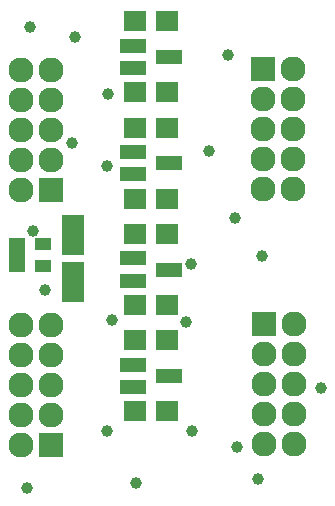
<source format=gts>
G04 #@! TF.FileFunction,Soldermask,Top*
%FSLAX46Y46*%
G04 Gerber Fmt 4.6, Leading zero omitted, Abs format (unit mm)*
G04 Created by KiCad (PCBNEW 4.0.2-stable) date 26.07.2016 22:42:36*
%MOMM*%
G01*
G04 APERTURE LIST*
%ADD10C,0.300000*%
%ADD11C,1.000000*%
%ADD12R,2.127200X2.127200*%
%ADD13O,2.127200X2.127200*%
%ADD14R,1.901140X3.399740*%
%ADD15R,2.200860X1.200100*%
%ADD16R,1.900000X1.700000*%
%ADD17R,1.460000X1.050000*%
G04 APERTURE END LIST*
D10*
D11*
X111850000Y-130050000D03*
X114900000Y-125900000D03*
X123400000Y-130750000D03*
X121450000Y-145200000D03*
X109550000Y-142450000D03*
X108550000Y-137450000D03*
X121900000Y-140300000D03*
X115200000Y-145000000D03*
X114800000Y-132000000D03*
X108000000Y-159250000D03*
X108250000Y-120250000D03*
X112100000Y-121100000D03*
X125000000Y-122600000D03*
X125600000Y-136400000D03*
X127900000Y-139600000D03*
X132900000Y-150800000D03*
X127600000Y-158500000D03*
X125800000Y-155800000D03*
X122000000Y-154400000D03*
X114800000Y-154400000D03*
D12*
X127960000Y-123750000D03*
D13*
X130500000Y-123750000D03*
X127960000Y-126290000D03*
X130500000Y-126290000D03*
X127960000Y-128830000D03*
X130500000Y-128830000D03*
X127960000Y-131370000D03*
X130500000Y-131370000D03*
X127960000Y-133910000D03*
X130500000Y-133910000D03*
D14*
X111900000Y-141800000D03*
X111900000Y-137802040D03*
D12*
X128060000Y-145350000D03*
D13*
X130600000Y-145350000D03*
X128060000Y-147890000D03*
X130600000Y-147890000D03*
X128060000Y-150430000D03*
X130600000Y-150430000D03*
X128060000Y-152970000D03*
X130600000Y-152970000D03*
X128060000Y-155510000D03*
X130600000Y-155510000D03*
D15*
X116998860Y-148800000D03*
X116998860Y-150700000D03*
X120001140Y-149750000D03*
X116998860Y-130800000D03*
X116998860Y-132700000D03*
X120001140Y-131750000D03*
X116998860Y-139800000D03*
X116998860Y-141700000D03*
X120001140Y-140750000D03*
X116998860Y-121800000D03*
X116998860Y-123700000D03*
X120001140Y-122750000D03*
D16*
X119850000Y-146750000D03*
X117150000Y-146750000D03*
X119850000Y-128750000D03*
X117150000Y-128750000D03*
X119850000Y-152750000D03*
X117150000Y-152750000D03*
X119850000Y-134750000D03*
X117150000Y-134750000D03*
X119850000Y-137750000D03*
X117150000Y-137750000D03*
X119850000Y-119750000D03*
X117150000Y-119750000D03*
X119850000Y-143750000D03*
X117150000Y-143750000D03*
X119850000Y-125750000D03*
X117150000Y-125750000D03*
D17*
X107150000Y-138550000D03*
X107150000Y-139500000D03*
X107150000Y-140450000D03*
X109350000Y-140450000D03*
X109350000Y-138550000D03*
D12*
X110000000Y-155600000D03*
D13*
X107460000Y-155600000D03*
X110000000Y-153060000D03*
X107460000Y-153060000D03*
X110000000Y-150520000D03*
X107460000Y-150520000D03*
X110000000Y-147980000D03*
X107460000Y-147980000D03*
X110000000Y-145440000D03*
X107460000Y-145440000D03*
D12*
X110000000Y-134000000D03*
D13*
X107460000Y-134000000D03*
X110000000Y-131460000D03*
X107460000Y-131460000D03*
X110000000Y-128920000D03*
X107460000Y-128920000D03*
X110000000Y-126380000D03*
X107460000Y-126380000D03*
X110000000Y-123840000D03*
X107460000Y-123840000D03*
D11*
X117200000Y-158800000D03*
M02*

</source>
